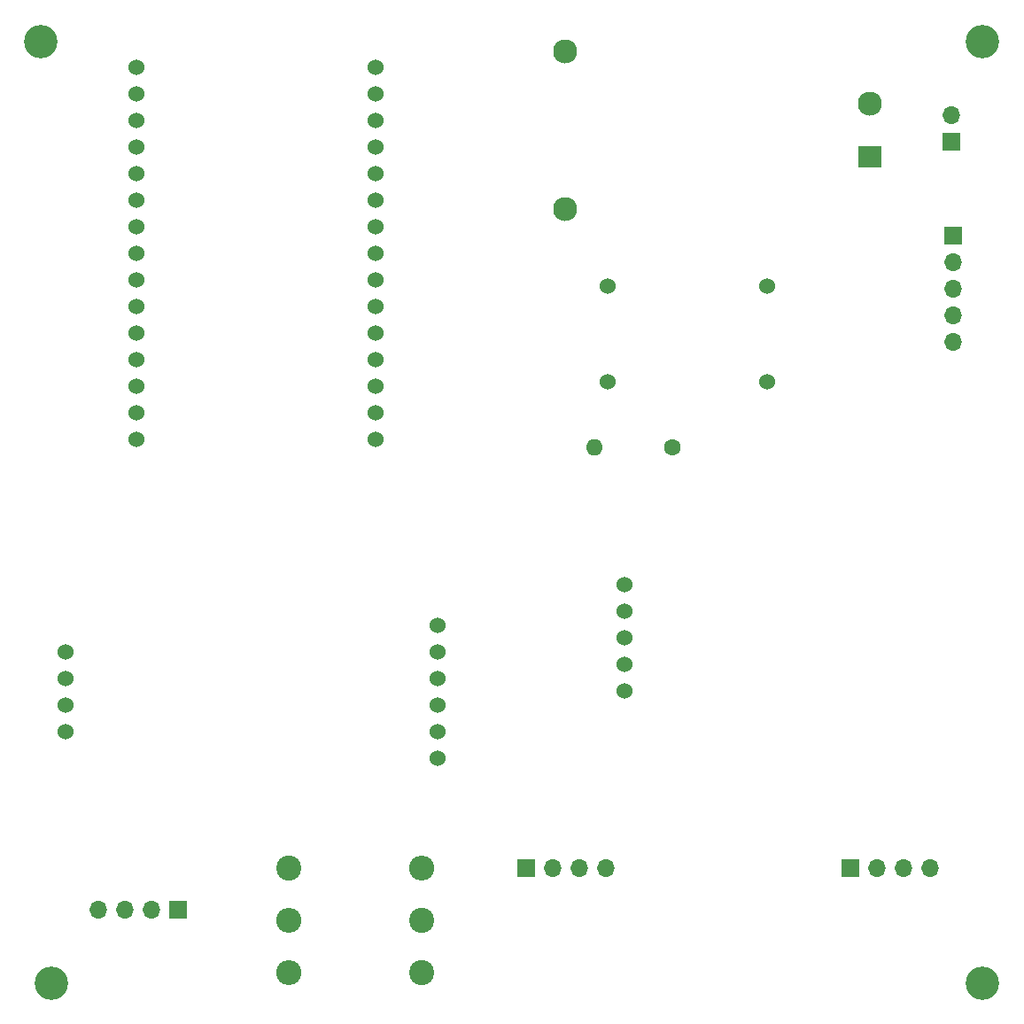
<source format=gbr>
G04 #@! TF.GenerationSoftware,KiCad,Pcbnew,(7.0.0)*
G04 #@! TF.CreationDate,2023-03-06T12:06:33-08:00*
G04 #@! TF.ProjectId,Schematic,53636865-6d61-4746-9963-2e6b69636164,01*
G04 #@! TF.SameCoordinates,Original*
G04 #@! TF.FileFunction,Soldermask,Top*
G04 #@! TF.FilePolarity,Negative*
%FSLAX46Y46*%
G04 Gerber Fmt 4.6, Leading zero omitted, Abs format (unit mm)*
G04 Created by KiCad (PCBNEW (7.0.0)) date 2023-03-06 12:06:33*
%MOMM*%
%LPD*%
G01*
G04 APERTURE LIST*
%ADD10C,1.524000*%
%ADD11R,1.700000X1.700000*%
%ADD12O,1.700000X1.700000*%
%ADD13C,3.200000*%
%ADD14C,2.400000*%
%ADD15O,2.400000X2.400000*%
%ADD16C,1.600000*%
%ADD17O,1.600000X1.600000*%
%ADD18R,2.300000X2.000000*%
%ADD19C,2.300000*%
G04 APERTURE END LIST*
D10*
X67310000Y-103378000D03*
X67310000Y-105918000D03*
X67310000Y-108458000D03*
X67310000Y-110998000D03*
X102870000Y-113538000D03*
X102870000Y-110998000D03*
X102870000Y-108458000D03*
X102870000Y-105918000D03*
X102870000Y-103378000D03*
X102870000Y-100838000D03*
X119126000Y-77518000D03*
X119126000Y-68374000D03*
X134366000Y-77518000D03*
X134366000Y-68374000D03*
D11*
X142379999Y-123999999D03*
D12*
X144919999Y-123999999D03*
X147459999Y-123999999D03*
X149999999Y-123999999D03*
D13*
X155000000Y-135000000D03*
X66000000Y-135000000D03*
D14*
X88650000Y-124000000D03*
D15*
X101349999Y-123999999D03*
D13*
X155000000Y-45000000D03*
D14*
X101350000Y-134000000D03*
D15*
X88649999Y-133999999D03*
D11*
X111379999Y-123999999D03*
D12*
X113919999Y-123999999D03*
X116459999Y-123999999D03*
X118999999Y-123999999D03*
D11*
X78079999Y-127999999D03*
D12*
X75539999Y-127999999D03*
X72999999Y-127999999D03*
X70459999Y-127999999D03*
D14*
X101350000Y-129000000D03*
D15*
X88649999Y-128999999D03*
D16*
X125350000Y-83800000D03*
D17*
X117849999Y-83799999D03*
D10*
X97000000Y-83058000D03*
X97000000Y-80518000D03*
X97000000Y-77978000D03*
X97000000Y-75438000D03*
X97000000Y-72898000D03*
X97000000Y-70358000D03*
X97000000Y-67818000D03*
X97000000Y-65278000D03*
X97000000Y-62738000D03*
X97000000Y-60198000D03*
X97000000Y-57658000D03*
X97000000Y-55118000D03*
X97000000Y-52578000D03*
X97000000Y-50038000D03*
X97000000Y-47498000D03*
X74140000Y-47498000D03*
X74140000Y-50038000D03*
X74140000Y-52578000D03*
X74140000Y-55118000D03*
X74140000Y-57658000D03*
X74140000Y-60198000D03*
X74140000Y-62738000D03*
X74140000Y-65278000D03*
X74140000Y-67818000D03*
X74140000Y-70358000D03*
X74140000Y-72898000D03*
X74140000Y-75438000D03*
X74140000Y-77978000D03*
X74140000Y-80518000D03*
X74140000Y-83058000D03*
X120760000Y-96920000D03*
X120760000Y-99460000D03*
X120760000Y-102000000D03*
X120760000Y-104540000D03*
X120760000Y-107080000D03*
D11*
X151999999Y-54599999D03*
D12*
X151999999Y-52059999D03*
D18*
X144199999Y-55999999D03*
D19*
X144200000Y-51000000D03*
X115120000Y-61000000D03*
X115120000Y-46000000D03*
D13*
X65000000Y-45000000D03*
D11*
X152199999Y-63599999D03*
D12*
X152199999Y-66139999D03*
X152199999Y-68679999D03*
X152199999Y-71219999D03*
X152199999Y-73759999D03*
M02*

</source>
